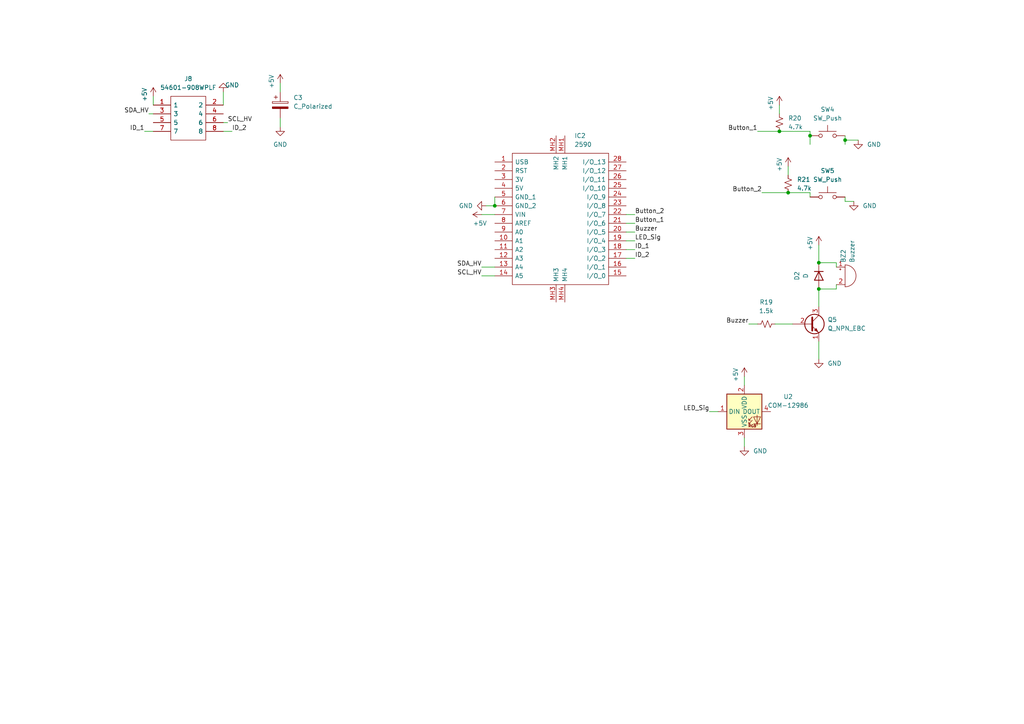
<source format=kicad_sch>
(kicad_sch (version 20211123) (generator eeschema)
  (paper "A4")
  (lib_symbols
    (symbol "54601-908WPLF:54601-908WPLF" (pin_names (offset 0.762))
      (property "Reference" "J" (at 16.51 7.62 0))
      (property "Value" "54601-908WPLF" (at 16.51 5.08 0))
      (symbol "54601-908WPLF_0_0"
        (pin passive line (at 0 0 0) (length 5.08) (name "1") (number "1"))
        (pin passive line (at 20.32 0 180) (length 5.08) (name "2") (number "2"))
        (pin passive line (at 0 -2.54 0) (length 5.08) (name "3") (number "3"))
        (pin passive line (at 20.32 -2.54 180) (length 5.08) (name "4") (number "4"))
        (pin passive line (at 0 -5.08 0) (length 5.08) (name "5") (number "5"))
        (pin passive line (at 20.32 -5.08 180) (length 5.08) (name "6") (number "6"))
        (pin passive line (at 0 -7.62 0) (length 5.08) (name "7") (number "7"))
        (pin passive line (at 20.32 -7.62 180) (length 5.08) (name "8") (number "8"))
      )
      (symbol "54601-908WPLF_0_1"
        (polyline (pts (xy 5.08 2.54) (xy 15.24 2.54) (xy 15.24 -10.16) (xy 5.08 -10.16) (xy 5.08 2.54)) (stroke (width 0.1524)))
      )
    )
    (symbol "COM12986:COM-12986"
      (property "Reference" "U" (at -3.81 7.62 0))
      (property "Value" "COM-12986" (at 6.35 -7.62 0))
      (symbol "COM-12986_0_0"
        (text "RGB" (at 2.286 -4.191 0) (effects (font (size 0.762 0.762))))
      )
      (symbol "COM-12986_0_1"
        (polyline (pts (xy 1.27 -3.556) (xy 1.778 -3.556)))
        (polyline (pts (xy 1.27 -2.54) (xy 1.778 -2.54)))
        (polyline (pts (xy 4.699 -3.556) (xy 2.667 -3.556)))
        (polyline (pts (xy 2.286 -2.54) (xy 1.27 -3.556) (xy 1.27 -3.048)))
        (polyline (pts (xy 2.286 -1.524) (xy 1.27 -2.54) (xy 1.27 -2.032)))
        (polyline (pts (xy 3.683 -1.016) (xy 3.683 -3.556) (xy 3.683 -4.064)))
        (polyline (pts (xy 4.699 -1.524) (xy 2.667 -1.524) (xy 3.683 -3.556) (xy 4.699 -1.524)))
        (rectangle (start 5.08 5.08) (end -5.08 -5.08) (stroke (width 0.254)) (fill (type background)))
      )
      (symbol "COM-12986_1_1"
        (pin input line (at -7.62 0 0) (length 2.54) (name "DIN") (number "1"))
        (pin power_in line (at 0 7.62 270) (length 2.54) (name "VDD") (number "2"))
        (pin power_in line (at 0 -7.62 90) (length 2.54) (name "VSS") (number "3"))
        (pin output line (at 7.62 0 180) (length 2.54) (name "DOUT") (number "4"))
      )
    )
    (symbol "Device:Buzzer" (pin_names (offset 0.0254) hide)
      (property "Reference" "BZ" (at 3.81 1.27 0))
      (property "Value" "Buzzer" (at 3.81 -1.27 0))
      (symbol "Buzzer_0_1"
        (arc (start 0 -3.175) (mid 3.175 0) (end 0 3.175))
        (polyline (pts (xy -1.651 1.905) (xy -1.143 1.905)))
        (polyline (pts (xy -1.397 2.159) (xy -1.397 1.651)))
        (polyline (pts (xy 0 3.175) (xy 0 -3.175)))
      )
      (symbol "Buzzer_1_1"
        (pin passive line (at -2.54 2.54 0) (length 2.54) (name "-") (number "1"))
        (pin passive line (at -2.54 -2.54 0) (length 2.54) (name "+") (number "2"))
      )
    )
    (symbol "Device:C_Polarized" (pin_numbers hide) (pin_names (offset 0.254))
      (property "Reference" "C" (at 0.635 2.54 0))
      (property "Value" "C_Polarized" (at 0.635 -2.54 0))
      (symbol "C_Polarized_0_1"
        (rectangle (start -2.286 0.508) (end 2.286 1.016))
        (polyline (pts (xy -1.778 2.286) (xy -0.762 2.286)))
        (polyline (pts (xy -1.27 2.794) (xy -1.27 1.778)))
        (rectangle (start 2.286 -0.508) (end -2.286 -1.016) (fill (type outline)))
      )
      (symbol "C_Polarized_1_1"
        (pin passive line (at 0 3.81 270) (length 2.794) (name "~") (number "1"))
        (pin passive line (at 0 -3.81 90) (length 2.794) (name "~") (number "2"))
      )
    )
    (symbol "Device:D" (pin_numbers hide) (pin_names (offset 1.016) hide)
      (property "Reference" "D" (at 0 2.54 0))
      (property "Value" "D" (at 0 -2.54 0))
      (symbol "D_0_1"
        (polyline (pts (xy -1.27 1.27) (xy -1.27 -1.27)) (stroke (width 0.254)))
        (polyline (pts (xy 1.27 0) (xy -1.27 0)))
        (polyline (pts (xy 1.27 1.27) (xy 1.27 -1.27) (xy -1.27 0) (xy 1.27 1.27)) (stroke (width 0.254)))
      )
      (symbol "D_1_1"
        (pin passive line (at -3.81 0 0) (length 2.54) (name "K") (number "1"))
        (pin passive line (at 3.81 0 180) (length 2.54) (name "A") (number "2"))
      )
    )
    (symbol "Device:Q_NPN_EBC" (pin_names (offset 0) hide)
      (property "Reference" "Q" (at 5.08 1.27 0))
      (property "Value" "Q_NPN_EBC" (at 5.08 -1.27 0))
      (symbol "Q_NPN_EBC_0_1"
        (polyline (pts (xy 0.635 0.635) (xy 2.54 2.54)))
        (polyline (pts (xy 0.635 -0.635) (xy 2.54 -2.54) (xy 2.54 -2.54)))
        (polyline (pts (xy 0.635 1.905) (xy 0.635 -1.905) (xy 0.635 -1.905)) (stroke (width 0.508)))
        (polyline (pts (xy 1.27 -1.778) (xy 1.778 -1.27) (xy 2.286 -2.286) (xy 1.27 -1.778) (xy 1.27 -1.778)) (fill (type outline)))
        (circle (center 1.27 0) (radius 2.8194) (stroke (width 0.254)))
      )
      (symbol "Q_NPN_EBC_1_1"
        (pin passive line (at 2.54 -5.08 90) (length 2.54) (name "E") (number "1"))
        (pin passive line (at -5.08 0 0) (length 5.715) (name "B") (number "2"))
        (pin passive line (at 2.54 5.08 270) (length 2.54) (name "C") (number "3"))
      )
    )
    (symbol "Device:R_Small_US" (pin_numbers hide) (pin_names (offset 0.254) hide)
      (property "Reference" "R" (at 0.762 0.508 0))
      (property "Value" "R_Small_US" (at 0.762 -1.016 0))
      (symbol "R_Small_US_1_1"
        (polyline (pts (xy 0 0) (xy 1.016 -0.381) (xy 0 -0.762) (xy -1.016 -1.143) (xy 0 -1.524)))
        (polyline (pts (xy 0 1.524) (xy 1.016 1.143) (xy 0 0.762) (xy -1.016 0.381) (xy 0 0)))
        (pin passive line (at 0 2.54 270) (length 1.016) (name "~") (number "1"))
        (pin passive line (at 0 -2.54 90) (length 1.016) (name "~") (number "2"))
      )
    )
    (symbol "Metro:2590" (pin_names (offset 0.762))
      (property "Reference" "IC" (at 44.45 17.78 0))
      (property "Value" "2590" (at 44.45 15.24 0))
      (symbol "2590_0_0"
        (pin passive line (at 7.62 -20.32 90) (length 5.08) (name "USB") (number "1"))
        (pin passive line (at 30.48 -20.32 90) (length 5.08) (name "A1") (number "10"))
        (pin passive line (at 33.02 -20.32 90) (length 5.08) (name "A2") (number "11"))
        (pin passive line (at 35.56 -20.32 90) (length 5.08) (name "A3") (number "12"))
        (pin passive line (at 38.1 -20.32 90) (length 5.08) (name "A4") (number "13"))
        (pin passive line (at 40.64 -20.32 90) (length 5.08) (name "A5") (number "14"))
        (pin passive line (at 40.64 17.78 270) (length 5.08) (name "I/O_0") (number "15"))
        (pin passive line (at 38.1 17.78 270) (length 5.08) (name "I/O_1") (number "16"))
        (pin passive line (at 35.56 17.78 270) (length 5.08) (name "I/O_2") (number "17"))
        (pin passive line (at 33.02 17.78 270) (length 5.08) (name "I/O_3") (number "18"))
        (pin passive line (at 30.48 17.78 270) (length 5.08) (name "I/O_4") (number "19"))
        (pin passive line (at 10.16 -20.32 90) (length 5.08) (name "RST") (number "2"))
        (pin passive line (at 27.94 17.78 270) (length 5.08) (name "I/O_5") (number "20"))
        (pin passive line (at 25.4 17.78 270) (length 5.08) (name "I/O_6") (number "21"))
        (pin passive line (at 22.86 17.78 270) (length 5.08) (name "I/O_7") (number "22"))
        (pin passive line (at 20.32 17.78 270) (length 5.08) (name "I/O_8") (number "23"))
        (pin passive line (at 17.78 17.78 270) (length 5.08) (name "I/O_9") (number "24"))
        (pin passive line (at 15.24 17.78 270) (length 5.08) (name "I/O_10") (number "25"))
        (pin passive line (at 12.7 17.78 270) (length 5.08) (name "I/O_11") (number "26"))
        (pin passive line (at 10.16 17.78 270) (length 5.08) (name "I/O_12") (number "27"))
        (pin passive line (at 7.62 17.78 270) (length 5.08) (name "I/O_13") (number "28"))
        (pin passive line (at 12.7 -20.32 90) (length 5.08) (name "3V") (number "3"))
        (pin passive line (at 15.24 -20.32 90) (length 5.08) (name "5V") (number "4"))
        (pin passive line (at 17.78 -20.32 90) (length 5.08) (name "GND_1") (number "5"))
        (pin passive line (at 20.32 -20.32 90) (length 5.08) (name "GND_2") (number "6"))
        (pin passive line (at 22.86 -20.32 90) (length 5.08) (name "VIN") (number "7"))
        (pin passive line (at 25.4 -20.32 90) (length 5.08) (name "AREF") (number "8"))
        (pin passive line (at 27.94 -20.32 90) (length 5.08) (name "A0") (number "9"))
        (pin passive line (at 0 0 0) (length 5.08) (name "MH1") (number "MH1"))
        (pin passive line (at 0 -2.54 0) (length 5.08) (name "MH2") (number "MH2"))
        (pin passive line (at 48.26 -2.54 180) (length 5.08) (name "MH3") (number "MH3"))
        (pin passive line (at 48.26 0 180) (length 5.08) (name "MH4") (number "MH4"))
      )
      (symbol "2590_0_1"
        (polyline (pts (xy 5.08 12.7) (xy 43.18 12.7) (xy 43.18 -15.24) (xy 5.08 -15.24) (xy 5.08 12.7)) (stroke (width 0.1524)))
      )
    )
    (symbol "Switch:SW_Push" (pin_numbers hide) (pin_names (offset 1.016) hide)
      (property "Reference" "SW" (at 1.27 2.54 0))
      (property "Value" "SW_Push" (at 0 -1.524 0))
      (symbol "SW_Push_0_1"
        (circle (center -2.032 0) (radius 0.508))
        (polyline (pts (xy 0 1.27) (xy 0 3.048)))
        (polyline (pts (xy 2.54 1.27) (xy -2.54 1.27)))
        (circle (center 2.032 0) (radius 0.508))
        (pin passive line (at -5.08 0 0) (length 2.54) (name "1") (number "1"))
        (pin passive line (at 5.08 0 180) (length 2.54) (name "2") (number "2"))
      )
    )
    (symbol "power:+5V" (power) (pin_names (offset 0))
      (property "Value" "+5V" (at 0 3.556 0))
      (symbol "+5V_0_1"
        (polyline (pts (xy -0.762 1.27) (xy 0 2.54)))
        (polyline (pts (xy 0 0) (xy 0 2.54)))
        (polyline (pts (xy 0 2.54) (xy 0.762 1.27)))
      )
      (symbol "+5V_1_1"
        (pin power_in line (at 0 0 90) (length 0) hide (name "+5V") (number "1"))
      )
    )
    (symbol "power:GND" (power) (pin_names (offset 0))
      (property "Value" "GND" (at 0 -3.81 0))
      (symbol "GND_0_1"
        (polyline (pts (xy 0 0) (xy 0 -1.27) (xy 1.27 -1.27) (xy 0 -2.54) (xy -1.27 -1.27) (xy 0 -1.27)))
      )
      (symbol "GND_1_1"
        (pin power_in line (at 0 0 270) (length 0) hide (name "GND") (number "1"))
      )
    )
  )
  (junction (at 237.49 76.2))
  (junction (at 237.49 83.82))
  (junction (at 226.06 38.1))
  (junction (at 228.6 55.88))
  (junction (at 245.11 40.64))
  (junction (at 143.51 59.69))
  (junction (at 234.95 39.37))
  (wire (pts (xy 181.61 67.31) (xy 184.15 67.31)))
  (wire (pts (xy 205.74 119.38) (xy 208.28 119.38)))
  (wire (pts (xy 237.49 83.82) (xy 242.57 83.82)))
  (wire (pts (xy 215.9 127) (xy 215.9 129.54)))
  (wire (pts (xy 181.61 62.23) (xy 184.15 62.23)))
  (wire (pts (xy 181.61 74.93) (xy 184.15 74.93)))
  (wire (pts (xy 139.7 62.23) (xy 143.51 62.23)))
  (wire (pts (xy 242.57 83.82) (xy 242.57 82.55)))
  (wire (pts (xy 139.7 80.01) (xy 143.51 80.01)))
  (wire (pts (xy 234.95 39.37) (xy 234.95 41.91)))
  (wire (pts (xy 219.71 38.1) (xy 226.06 38.1)))
  (wire (pts (xy 217.17 93.98) (xy 219.71 93.98)))
  (wire (pts (xy 245.11 40.64) (xy 248.92 40.64)))
  (wire (pts (xy 237.49 71.12) (xy 237.49 76.2)))
  (wire (pts (xy 237.49 99.06) (xy 237.49 104.14)))
  (wire (pts (xy 43.18 33.02) (xy 44.45 33.02)))
  (wire (pts (xy 226.06 30.48) (xy 226.06 33.02)))
  (wire (pts (xy 181.61 69.85) (xy 184.15 69.85)))
  (wire (pts (xy 245.11 40.64) (xy 245.11 41.91)))
  (wire (pts (xy 41.91 38.1) (xy 44.45 38.1)))
  (wire (pts (xy 64.77 38.1) (xy 67.31 38.1)))
  (wire (pts (xy 237.49 83.82) (xy 237.49 88.9)))
  (wire (pts (xy 234.95 55.88) (xy 234.95 57.15)))
  (wire (pts (xy 181.61 72.39) (xy 184.15 72.39)))
  (wire (pts (xy 143.51 57.15) (xy 143.51 59.69)))
  (wire (pts (xy 220.98 55.88) (xy 228.6 55.88)))
  (wire (pts (xy 245.11 57.15) (xy 245.11 58.42)))
  (wire (pts (xy 242.57 76.2) (xy 242.57 77.47)))
  (wire (pts (xy 64.77 26.67) (xy 64.77 30.48)))
  (wire (pts (xy 139.7 77.47) (xy 143.51 77.47)))
  (wire (pts (xy 237.49 76.2) (xy 242.57 76.2)))
  (wire (pts (xy 140.97 59.69) (xy 143.51 59.69)))
  (wire (pts (xy 64.77 35.56) (xy 66.04 35.56)))
  (wire (pts (xy 224.79 93.98) (xy 229.87 93.98)))
  (wire (pts (xy 181.61 64.77) (xy 184.15 64.77)))
  (wire (pts (xy 228.6 55.88) (xy 234.95 55.88)))
  (wire (pts (xy 245.11 58.42) (xy 247.65 58.42)))
  (wire (pts (xy 215.9 109.22) (xy 215.9 111.76)))
  (wire (pts (xy 245.11 39.37) (xy 245.11 40.64)))
  (wire (pts (xy 81.28 34.29) (xy 81.28 36.83)))
  (wire (pts (xy 81.28 24.13) (xy 81.28 26.67)))
  (wire (pts (xy 234.95 38.1) (xy 234.95 39.37)))
  (wire (pts (xy 226.06 38.1) (xy 234.95 38.1)))
  (wire (pts (xy 44.45 27.94) (xy 44.45 30.48)))
  (wire (pts (xy 228.6 48.26) (xy 228.6 50.8)))
  (label "Button_2" (at 184.15 62.23 0))
  (label "ID_2" (at 184.15 74.93 0))
  (label "Buzzer" (at 217.17 93.98 180))
  (label "ID_1" (at 184.15 72.39 0))
  (label "SDA_HV" (at 43.18 33.02 180))
  (label "ID_1" (at 41.91 38.1 180))
  (label "Button_1" (at 219.71 38.1 180))
  (label "Buzzer" (at 184.15 67.31 0))
  (label "SCL_HV" (at 139.7 80.01 180))
  (label "LED_Sig" (at 184.15 69.85 0))
  (label "SCL_HV" (at 66.04 35.56 0))
  (label "LED_Sig" (at 205.74 119.38 180))
  (label "SDA_HV" (at 139.7 77.47 180))
  (label "Button_1" (at 184.15 64.77 0))
  (label "Button_2" (at 220.98 55.88 180))
  (label "ID_2" (at 67.31 38.1 0))
  (symbol (lib_id "Device:R_Small_US") (at 228.6 53.34 180) (unit 1)
    (property "Reference" "R21" (at 231.14 52.0699 0) (effects (justify right)))
    (property "Value" "4.7k" (at 231.14 54.6099 0) (effects (justify right)))
    (property "Footprint" "Resistor_THT:R_Axial_DIN0204_L3.6mm_D1.6mm_P7.62mm_Horizontal" (effects hide))
  )
  (symbol (lib_id "power:GND") (at 215.9 129.54 0) (unit 1)
    (property "Reference" "#PWR046" (effects hide))
    (property "Value" "GND" (at 218.44 130.8099 0) (effects (justify left)))
  )
  (symbol (lib_id "power:+5V") (at 237.49 71.12 0) (unit 1)
    (property "Reference" "#PWR049" (effects hide))
    (property "Value" "+5V" (at 234.95 68.58 90) (effects (justify right)))
  )
  (symbol (lib_id "Device:D") (at 237.49 80.01 270) (unit 1)
    (property "Reference" "D2" (at 231.14 80.01 0))
    (property "Value" "D" (at 233.68 80.01 0))
    (property "Footprint" "Diode_THT:D_DO-41_SOD81_P10.16mm_Horizontal" (effects hide))
  )
  (symbol (lib_id "power:GND") (at 64.77 26.67 180) (unit 1)
    (property "Reference" "#PWR042" (effects hide))
    (property "Value" "GND" (at 67.31 25.3999 0) (effects (justify top)))
  )
  (symbol (lib_id "power:+5V") (at 44.45 27.94 0) (unit 1)
    (property "Reference" "#PWR041" (effects hide))
    (property "Value" "+5V" (at 41.91 25.4 90) (effects (justify right)))
  )
  (symbol (lib_id "power:+5V") (at 226.06 30.48 0) (unit 1)
    (property "Reference" "#PWR047" (effects hide))
    (property "Value" "+5V" (at 223.52 27.94 90) (effects (justify right)))
  )
  (symbol (lib_id "COM12986:COM-12986") (at 215.9 119.38 0) (unit 1)
    (property "Reference" "U2" (at 228.6 115.0493 0))
    (property "Value" "COM-12986" (at 228.6 117.5893 0))
    (property "Footprint" "LED_Racer_parts:COM12986" (effects hide))
  )
  (symbol (lib_id "Metro:2590") (at 163.83 39.37 270) (unit 1)
    (property "Reference" "IC2" (at 166.5987 39.37 90) (effects (justify left)))
    (property "Value" "2590" (at 166.5987 41.91 90) (effects (justify left)))
    (property "Footprint" "Metro:2590" (effects hide))
    (property "Datasheet" "https://www.adafruit.com/product/2590" (effects hide))
    (property "Description" "Development Boards & Kits - AVR Adafruit Metro Mini 328 - 5V 16MHz" (effects hide))
    (property "Height" "4" (effects hide))
    (property "Manufacturer_Name" "Adafruit" (effects hide))
    (property "Manufacturer_Part_Number" "2590" (effects hide))
    (property "Mouser Part Number" "485-2590" (effects hide))
    (property "Mouser Price/Stock" "https://www.mouser.co.uk/ProductDetail/Adafruit/2590?qs=SElPoaY2y5ItxXNUVAmsXw%3D%3D" (effects hide))
    (property "Arrow Part Number" "2590" (effects hide))
    (property "Arrow Price/Stock" "https://www.arrow.com/en/products/2590/adafruit-industries?region=nac" (effects hide))
  )
  (symbol (lib_id "Device:C_Polarized") (at 81.28 30.48 0) (unit 1)
    (property "Reference" "C3" (at 85.09 28.3209 0) (effects (justify left)))
    (property "Value" "C_Polarized" (at 85.09 30.8609 0) (effects (justify left)))
    (property "Footprint" "Capacitor_THT:CP_Radial_D5.0mm_P2.00mm" (effects hide))
  )
  (symbol (lib_id "power:+5V") (at 228.6 48.26 0) (unit 1)
    (property "Reference" "#PWR048" (effects hide))
    (property "Value" "+5V" (at 226.06 45.72 90) (effects (justify right)))
  )
  (symbol (lib_id "power:GND") (at 237.49 104.14 0) (unit 1)
    (property "Reference" "#PWR050" (effects hide))
    (property "Value" "GND" (at 240.03 105.4099 0) (effects (justify left)))
  )
  (symbol (lib_id "Device:Buzzer") (at 245.11 80.01 0) (unit 1)
    (property "Reference" "BZ2" (at 244.6019 76.2 90) (effects (justify left)))
    (property "Value" "Buzzer" (at 247.1419 76.2 90) (effects (justify left)))
    (property "Footprint" "LED_Racer_parts:WT1209" (effects hide))
  )
  (symbol (lib_id "power:+5V") (at 139.7 62.23 90) (unit 1)
    (property "Reference" "#PWR043" (effects hide))
    (property "Value" "+5V" (at 137.16 64.77 90) (effects (justify right)))
  )
  (symbol (lib_id "Switch:SW_Push") (at 240.03 57.15 0) (unit 1)
    (property "Reference" "SW5" (at 240.03 49.53 0))
    (property "Value" "SW_Push" (at 240.03 52.07 0))
    (property "Footprint" "Button_Switch_THT:SW_PUSH_6mm" (effects hide))
  )
  (symbol (lib_id "power:+5V") (at 215.9 109.22 0) (unit 1)
    (property "Reference" "#PWR045" (effects hide))
    (property "Value" "+5V" (at 213.36 106.68 90) (effects (justify right)))
  )
  (symbol (lib_id "54601-908WPLF:54601-908WPLF") (at 44.45 30.48 0) (unit 1)
    (property "Reference" "J8" (at 54.61 22.86 0))
    (property "Value" "54601-908WPLF" (at 54.61 25.4 0))
    (property "Footprint" "KiCad:54601908WPLF" (effects hide))
    (property "Datasheet" "https://www.amphenol-icc.com/media/wysiwyg/files/drawing/c-bmj-0051.pdf" (effects hide))
    (property "Description" "Modular Connectors / Ethernet Connectors 8P8C CAT 3 MOD JACK HORIZ. 1 PORT" (effects hide))
    (property "Height" "11.6" (effects hide))
    (property "Manufacturer_Name" "Amphenol" (effects hide))
    (property "Manufacturer_Part_Number" "54601-908WPLF" (effects hide))
    (property "Mouser Part Number" "649-54601-908WPLF" (effects hide))
    (property "Mouser Price/Stock" "https://www.mouser.co.uk/ProductDetail/Amphenol-FCI/54601-908WPLF?qs=qTvDKjXWcTdyclvY7Dw5%2FA%3D%3D" (effects hide))
    (property "Arrow Part Number" "54601-908WPLF" (effects hide))
    (property "Arrow Price/Stock" "https://www.arrow.com/en/products/54601-908wplf/amphenol-fci?region=nac" (effects hide))
  )
  (symbol (lib_id "power:GND") (at 248.92 40.64 0) (unit 1)
    (property "Reference" "#PWR052" (effects hide))
    (property "Value" "GND" (at 251.46 41.9099 0) (effects (justify left)))
  )
  (symbol (lib_id "power:GND") (at 140.97 59.69 270) (unit 1)
    (property "Reference" "#PWR044" (effects hide))
    (property "Value" "GND" (at 137.16 59.6899 90) (effects (justify right)))
  )
  (symbol (lib_id "Device:Q_NPN_EBC") (at 234.95 93.98 0) (unit 1)
    (property "Reference" "Q5" (at 240.03 92.7099 0) (effects (justify left)))
    (property "Value" "Q_NPN_EBC" (at 240.03 95.2499 0) (effects (justify left)))
    (property "Footprint" "Package_TO_SOT_THT:TO-92_Inline" (effects hide))
  )
  (symbol (lib_id "power:+5V") (at 81.28 24.13 0) (unit 1)
    (property "Reference" "#PWR081" (effects hide))
    (property "Value" "+5V" (at 78.74 21.59 90) (effects (justify right)))
  )
  (symbol (lib_id "power:GND") (at 81.28 36.83 0) (unit 1)
    (property "Reference" "#PWR082" (effects hide))
    (property "Value" "GND" (at 81.28 41.91 0))
  )
  (symbol (lib_id "Switch:SW_Push") (at 240.03 39.37 0) (unit 1)
    (property "Reference" "SW4" (at 240.03 31.75 0))
    (property "Value" "SW_Push" (at 240.03 34.29 0))
    (property "Footprint" "Button_Switch_THT:SW_PUSH_6mm" (effects hide))
  )
  (symbol (lib_id "power:GND") (at 247.65 58.42 0) (unit 1)
    (property "Reference" "#PWR051" (effects hide))
    (property "Value" "GND" (at 250.19 59.6899 0) (effects (justify left)))
  )
  (symbol (lib_id "Device:R_Small_US") (at 222.25 93.98 90) (unit 1)
    (property "Reference" "R19" (at 222.25 87.63 90))
    (property "Value" "1.5k" (at 222.25 90.17 90))
    (property "Footprint" "Resistor_THT:R_Axial_DIN0204_L3.6mm_D1.6mm_P7.62mm_Horizontal" (effects hide))
  )
  (symbol (lib_id "Device:R_Small_US") (at 226.06 35.56 180) (unit 1)
    (property "Reference" "R20" (at 228.6 34.2899 0) (effects (justify right)))
    (property "Value" "4.7k" (at 228.6 36.8299 0) (effects (justify right)))
    (property "Footprint" "Resistor_THT:R_Axial_DIN0204_L3.6mm_D1.6mm_P7.62mm_Horizontal" (effects hide))
  )
)
</source>
